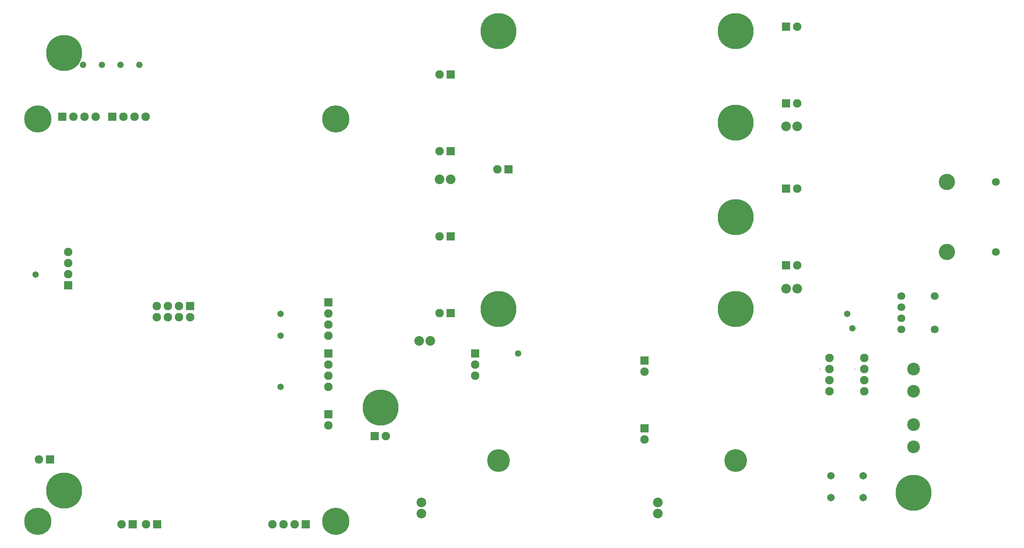
<source format=gbs>
G04*
G04 #@! TF.GenerationSoftware,Altium Limited,Altium Designer,22.8.2 (66)*
G04*
G04 Layer_Color=16711935*
%FSLAX44Y44*%
%MOMM*%
G71*
G04*
G04 #@! TF.SameCoordinates,4EFE7699-17C8-4AF9-A536-91C0C68ECE63*
G04*
G04*
G04 #@! TF.FilePolarity,Negative*
G04*
G01*
G75*
%ADD26R,1.9532X1.9532*%
%ADD27C,1.9532*%
%ADD28R,1.9532X1.9532*%
%ADD29C,0.2032*%
%ADD30C,8.2032*%
%ADD31C,1.7032*%
%ADD32C,2.2032*%
%ADD33C,5.2032*%
%ADD34C,3.7032*%
%ADD35C,1.8032*%
%ADD36C,2.9032*%
%ADD37C,6.2032*%
%ADD38C,1.4732*%
D26*
X442710Y602840D02*
D03*
X865092Y305780D02*
D03*
X150700Y1035270D02*
D03*
X265000D02*
D03*
X707124Y104238D02*
D03*
X1170642Y915550D02*
D03*
X122670Y252320D02*
D03*
X367870Y104360D02*
D03*
X311990D02*
D03*
X1037931Y586980D02*
D03*
Y761980D02*
D03*
X1037931Y1131980D02*
D03*
Y956980D02*
D03*
X1804372Y1240980D02*
D03*
Y1065980D02*
D03*
Y695980D02*
D03*
Y870980D02*
D03*
D27*
X442710Y577440D02*
D03*
X417310Y602840D02*
D03*
Y577440D02*
D03*
X391910Y602840D02*
D03*
Y577440D02*
D03*
X366510Y602840D02*
D03*
Y577440D02*
D03*
X758940Y469490D02*
D03*
Y444090D02*
D03*
Y418690D02*
D03*
X1903240Y484215D02*
D03*
Y458815D02*
D03*
Y433415D02*
D03*
Y408015D02*
D03*
X890492Y305780D02*
D03*
X1094442Y469140D02*
D03*
Y443740D02*
D03*
X1983340Y458815D02*
D03*
Y433415D02*
D03*
Y484215D02*
D03*
Y408015D02*
D03*
X758940Y330420D02*
D03*
X164580Y726190D02*
D03*
Y700790D02*
D03*
Y675390D02*
D03*
X758940Y534890D02*
D03*
Y560290D02*
D03*
Y585690D02*
D03*
X226900Y1035270D02*
D03*
X201500D02*
D03*
X176100D02*
D03*
X341200D02*
D03*
X315800D02*
D03*
X290400D02*
D03*
X630924Y104238D02*
D03*
X656324D02*
D03*
X681724D02*
D03*
X1480924Y298160D02*
D03*
X1145242Y915550D02*
D03*
X97270Y252320D02*
D03*
X342470Y104360D02*
D03*
X286590D02*
D03*
X1480924Y453100D02*
D03*
X1012531Y586980D02*
D03*
Y761980D02*
D03*
X1012531Y1131980D02*
D03*
Y956980D02*
D03*
X1829772Y1240980D02*
D03*
Y1065980D02*
D03*
Y695980D02*
D03*
Y870980D02*
D03*
D28*
X758940Y494890D02*
D03*
X1094442Y494540D02*
D03*
X758940Y355820D02*
D03*
X164580Y649990D02*
D03*
X758940Y611090D02*
D03*
X1480924Y478500D02*
D03*
Y323560D02*
D03*
D29*
X1881640Y458815D02*
D03*
X1961740D02*
D03*
D30*
X155450Y1181480D02*
D03*
X155450Y181480D02*
D03*
X878542Y370550D02*
D03*
X2096152Y176480D02*
D03*
X1147365Y596480D02*
D03*
X1688960D02*
D03*
X1688960Y1231480D02*
D03*
X1147365D02*
D03*
X1688960Y1021630D02*
D03*
X1688960Y806330D02*
D03*
D31*
X1907195Y215050D02*
D03*
Y165050D02*
D03*
X1980855Y215050D02*
D03*
Y165050D02*
D03*
D32*
X1829772Y1013460D02*
D03*
X1804372D02*
D03*
X991870Y523240D02*
D03*
X966470D02*
D03*
X1511300Y154387D02*
D03*
Y128987D02*
D03*
X971550Y154387D02*
D03*
Y128987D02*
D03*
X1829772Y642620D02*
D03*
X1804372D02*
D03*
X1012531Y892810D02*
D03*
X1037931D02*
D03*
D33*
X1147374Y250000D02*
D03*
X1688968D02*
D03*
D34*
X2171700Y726340D02*
D03*
Y886340D02*
D03*
D35*
X2283460Y726338D02*
D03*
Y886338D02*
D03*
X2067560Y626110D02*
D03*
X2143760D02*
D03*
X2067560Y600710D02*
D03*
Y575310D02*
D03*
Y549910D02*
D03*
X2143760D02*
D03*
D36*
X2096152Y408015D02*
D03*
Y458815D02*
D03*
Y281015D02*
D03*
Y331815D02*
D03*
D37*
X775450Y1030830D02*
D03*
X95450D02*
D03*
X775450Y110830D02*
D03*
X95450D02*
D03*
D38*
X327230Y1153660D02*
D03*
X284193D02*
D03*
X241157D02*
D03*
X198120D02*
D03*
X90350Y674710D02*
D03*
X649830Y585470D02*
D03*
X649830Y534890D02*
D03*
X649830Y418690D02*
D03*
X1955800Y552450D02*
D03*
X1944370Y585470D02*
D03*
X1192020Y494540D02*
D03*
M02*

</source>
